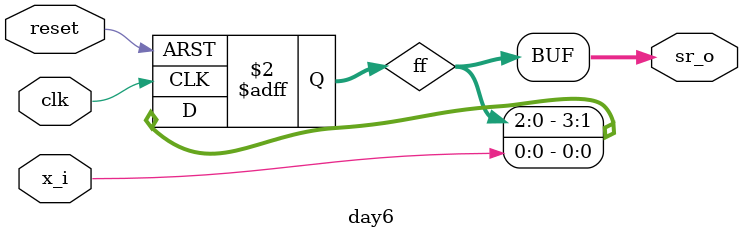
<source format=sv>


//input     wire        clk,
//input     wire        reset,
//input     wire        x_i,  -> Serial input

//output    wire[3:0]   sr_o  -> Shift register output

// Simple shift register
module day6(
  input     wire        clk,
  input     wire        reset,
  input     wire        x_i,      // Serial input

  output    wire[3:0]   sr_o
);

  // Write your logic here...
  
  logic [3:0] ff;
  
  always @(posedge clk or posedge reset)
    begin
      if(reset)
        ff <= 0;
      else
        ff <= {sr_o[2:0], x_i};
    end

  assign sr_o = ff;
endmodule


</source>
